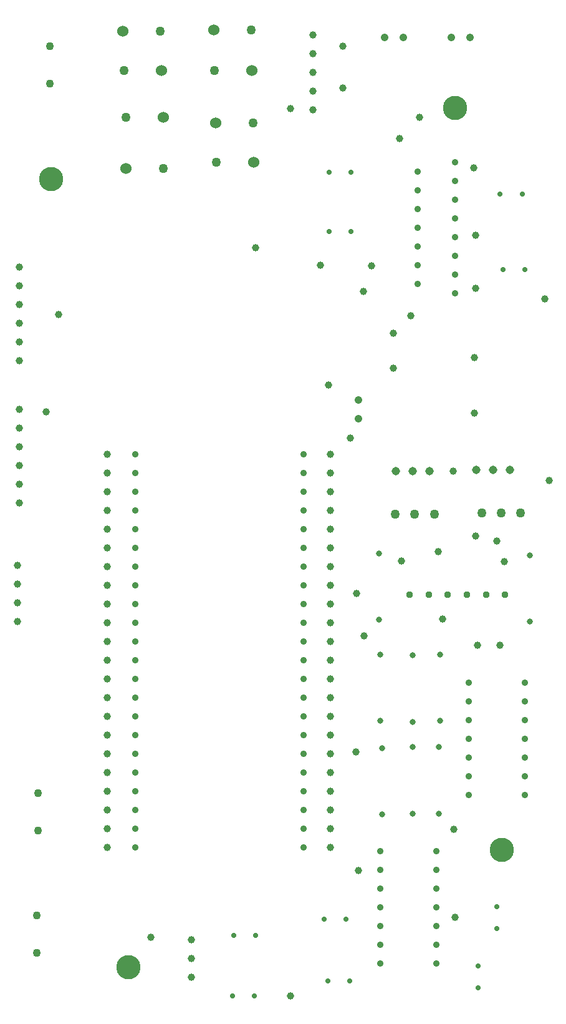
<source format=gbr>
%TF.GenerationSoftware,Altium Limited,Altium Designer,25.8.1 (18)*%
G04 Layer_Color=0*
%FSLAX45Y45*%
%MOMM*%
%TF.SameCoordinates,412E6415-05C8-40E6-B22C-806341DFC968*%
%TF.FilePolarity,Positive*%
%TF.FileFunction,Plated,1,2,PTH,Drill*%
%TF.Part,Single*%
G01*
G75*
%TA.AperFunction,ComponentDrill*%
%ADD71C,0.88900*%
%ADD72C,1.00000*%
%ADD73C,0.90000*%
%ADD74C,0.70000*%
%ADD75C,1.27000*%
%ADD76C,0.80000*%
%ADD77C,1.10000*%
%ADD78C,1.00000*%
%ADD79C,1.06680*%
%ADD80C,0.70000*%
%ADD81C,1.14300*%
%ADD82C,0.95000*%
%ADD83C,1.52400*%
%ADD84C,1.06680*%
%ADD85C,3.30000*%
%TA.AperFunction,ViaDrill,NotFilled*%
%ADD86C,1.00000*%
D71*
X8521700Y8686800D02*
D03*
X10807700D02*
D03*
X8521700Y8432800D02*
D03*
Y8178800D02*
D03*
X10807700D02*
D03*
X8521700Y7924800D02*
D03*
X10807700D02*
D03*
X8521700Y7670800D02*
D03*
Y7416800D02*
D03*
Y7162800D02*
D03*
Y6908800D02*
D03*
Y6654800D02*
D03*
Y6400800D02*
D03*
Y6146800D02*
D03*
Y5892800D02*
D03*
Y5638800D02*
D03*
Y5384800D02*
D03*
X10807700D02*
D03*
X8521700Y5130800D02*
D03*
X10807700D02*
D03*
X8521700Y4876800D02*
D03*
X10807700D02*
D03*
X8521700Y4622800D02*
D03*
X10807700D02*
D03*
X8521700Y4368800D02*
D03*
X10807700D02*
D03*
X8521700Y4114800D02*
D03*
X10807700D02*
D03*
X8521700Y3860800D02*
D03*
X10807700D02*
D03*
X8521700Y3606800D02*
D03*
X10807700D02*
D03*
X8521700Y3352800D02*
D03*
X10807700D02*
D03*
Y8432800D02*
D03*
Y6908800D02*
D03*
Y6146800D02*
D03*
Y6654800D02*
D03*
Y7162800D02*
D03*
Y7670800D02*
D03*
Y6400800D02*
D03*
Y7416800D02*
D03*
Y5638800D02*
D03*
Y5892800D02*
D03*
D72*
X11176000Y3860800D02*
D03*
Y4622800D02*
D03*
Y5130800D02*
D03*
Y3606800D02*
D03*
Y4114800D02*
D03*
Y4876800D02*
D03*
X8140700Y7670800D02*
D03*
X6946900Y10464800D02*
D03*
X11176000Y4368800D02*
D03*
X8140700Y4622800D02*
D03*
Y7416800D02*
D03*
X6946900Y10210800D02*
D03*
Y8026400D02*
D03*
Y9296400D02*
D03*
Y9042400D02*
D03*
Y8280400D02*
D03*
Y8534400D02*
D03*
Y8788400D02*
D03*
X6921500Y7175500D02*
D03*
Y6921500D02*
D03*
Y6667500D02*
D03*
Y6413500D02*
D03*
X13131799Y9245600D02*
D03*
Y9995600D02*
D03*
X11176000Y7670800D02*
D03*
Y7924800D02*
D03*
X10934700Y13614400D02*
D03*
X6946900Y10718800D02*
D03*
X11176000Y8686800D02*
D03*
X10934700Y13360400D02*
D03*
X8140700Y3352800D02*
D03*
X6946900Y10972800D02*
D03*
Y11226800D02*
D03*
X11176000Y8178800D02*
D03*
Y8432800D02*
D03*
X8140700Y5384800D02*
D03*
Y5130800D02*
D03*
Y4876800D02*
D03*
Y4368800D02*
D03*
Y4114800D02*
D03*
Y3860800D02*
D03*
Y3606800D02*
D03*
X10934700Y13868401D02*
D03*
Y14376401D02*
D03*
Y14122400D02*
D03*
X8140700Y5638800D02*
D03*
Y5892800D02*
D03*
Y6146800D02*
D03*
Y6400800D02*
D03*
Y6654800D02*
D03*
Y6908800D02*
D03*
Y7162800D02*
D03*
Y8686800D02*
D03*
Y8178800D02*
D03*
Y7924800D02*
D03*
Y8432800D02*
D03*
X11176000Y7416800D02*
D03*
X6946900Y9956800D02*
D03*
X11176000Y7162800D02*
D03*
Y6908800D02*
D03*
Y6146800D02*
D03*
Y3352800D02*
D03*
Y6400800D02*
D03*
Y6654800D02*
D03*
Y5638800D02*
D03*
Y5892800D02*
D03*
Y5384800D02*
D03*
D73*
X12357100Y12522200D02*
D03*
X12865100Y12395200D02*
D03*
X12357100Y12268200D02*
D03*
Y12014200D02*
D03*
X12865100Y11633200D02*
D03*
Y11379200D02*
D03*
X12357100Y11252200D02*
D03*
X12865100Y11125200D02*
D03*
X12357100Y10998200D02*
D03*
X12865100Y10871200D02*
D03*
X12357100Y11760200D02*
D03*
X12865100Y12649200D02*
D03*
Y11887200D02*
D03*
X12357100Y11506200D02*
D03*
X12865100Y12141200D02*
D03*
X13817599Y5588000D02*
D03*
X12611100Y3302000D02*
D03*
X13817599Y5334000D02*
D03*
Y5080000D02*
D03*
Y4572000D02*
D03*
Y4318000D02*
D03*
X13055600Y4064000D02*
D03*
X12611100Y3048000D02*
D03*
Y2540000D02*
D03*
Y2032000D02*
D03*
X11849100Y1778000D02*
D03*
Y2286000D02*
D03*
Y2794000D02*
D03*
X13055600Y5080000D02*
D03*
X12611100Y1778000D02*
D03*
Y2286000D02*
D03*
Y2794000D02*
D03*
X11849100Y2032000D02*
D03*
Y2540000D02*
D03*
Y3048000D02*
D03*
Y3302000D02*
D03*
X13817599Y4064000D02*
D03*
Y4826000D02*
D03*
X13055600Y4318000D02*
D03*
Y4572000D02*
D03*
Y4826000D02*
D03*
Y5334000D02*
D03*
Y5588000D02*
D03*
D74*
X13479500Y12217400D02*
D03*
X11155400Y11709400D02*
D03*
Y12509500D02*
D03*
X9860000Y2159000D02*
D03*
X13517599Y11188700D02*
D03*
X9842500Y1333500D02*
D03*
X11437900Y1536700D02*
D03*
X11387100Y2374900D02*
D03*
X13779500Y12217400D02*
D03*
X13817599Y11188700D02*
D03*
X10142500Y1333500D02*
D03*
X10160000Y2159000D02*
D03*
X11455400Y11709400D02*
D03*
X11087100Y2374900D02*
D03*
X11137900Y1536700D02*
D03*
X11455400Y12509500D02*
D03*
D75*
X13761400Y7886700D02*
D03*
X12585700Y7874000D02*
D03*
X9626600Y12649200D02*
D03*
X9601200Y13893800D02*
D03*
X8902700Y12560300D02*
D03*
X8864600Y14427200D02*
D03*
X12057700Y7874000D02*
D03*
X12321700D02*
D03*
X13233400Y7886700D02*
D03*
X13497400D02*
D03*
X10121900Y13182600D02*
D03*
X10096500Y14439900D02*
D03*
X8394700Y13258800D02*
D03*
X8369300Y13893800D02*
D03*
D76*
X11874500Y3799000D02*
D03*
X11849100Y5069000D02*
D03*
X13881100Y6415200D02*
D03*
X11836400Y6440600D02*
D03*
X12661900Y5969000D02*
D03*
Y5069000D02*
D03*
X12649200Y3810000D02*
D03*
Y4710000D02*
D03*
X11874500Y4699000D02*
D03*
X11849100Y5969000D02*
D03*
X12293600Y5054600D02*
D03*
Y5954600D02*
D03*
Y3810000D02*
D03*
Y4710000D02*
D03*
X13881100Y7315200D02*
D03*
X11836400Y7340600D02*
D03*
D77*
X7188200Y2425700D02*
D03*
X7200900Y4089400D02*
D03*
X7188200Y1917700D02*
D03*
X7200900Y3581400D02*
D03*
X7366000Y13716000D02*
D03*
Y14224001D02*
D03*
D78*
X9283700Y2095500D02*
D03*
Y1841500D02*
D03*
Y1587500D02*
D03*
D79*
X11557000Y9423400D02*
D03*
Y9169400D02*
D03*
D80*
X13182600Y1743800D02*
D03*
X13436600Y2243900D02*
D03*
X13182600Y1443800D02*
D03*
X13436600Y2543900D02*
D03*
D81*
X13157201Y8470900D02*
D03*
X12522200Y8458200D02*
D03*
X12065000D02*
D03*
X12293600D02*
D03*
X13614400Y8470900D02*
D03*
X13385800D02*
D03*
D82*
X12769500Y6781900D02*
D03*
X13550200Y6781800D02*
D03*
X13290199D02*
D03*
X13030200D02*
D03*
X12509500Y6781900D02*
D03*
X12249500D02*
D03*
D83*
X9613900Y13182600D02*
D03*
X9588500Y14439900D02*
D03*
X8902700Y13258800D02*
D03*
X8877300Y13893800D02*
D03*
X10109200D02*
D03*
X10134600Y12649200D02*
D03*
X8356600Y14427200D02*
D03*
X8394700Y12560300D02*
D03*
D84*
X13068300Y14338300D02*
D03*
X12166600D02*
D03*
X12814301D02*
D03*
X11912600D02*
D03*
D85*
X7378700Y12420600D02*
D03*
X13500101Y3314700D02*
D03*
X12865100Y13385800D02*
D03*
X8432800Y1727200D02*
D03*
D86*
X11633200Y6223000D02*
D03*
X11531600Y6794500D02*
D03*
X7315200Y9258300D02*
D03*
X12268200Y10566400D02*
D03*
X12865100Y2400300D02*
D03*
X8737600Y2133600D02*
D03*
X11341100Y13652499D02*
D03*
X13119099Y12573000D02*
D03*
X12382500Y13258800D02*
D03*
X14084300Y10795000D02*
D03*
X11734800Y11239500D02*
D03*
X11620500Y10896600D02*
D03*
X13144501Y10934700D02*
D03*
X11442700Y8902700D02*
D03*
X12848248Y3596702D02*
D03*
X12839700Y8458200D02*
D03*
X13538200Y7226300D02*
D03*
X12700000Y6451600D02*
D03*
X10629900Y1333500D02*
D03*
X11036300Y11252200D02*
D03*
X10159718Y11485534D02*
D03*
X7480300Y10579100D02*
D03*
X13177679Y6088221D02*
D03*
X11150600Y9626600D02*
D03*
X13144501Y11658600D02*
D03*
X12636500Y7366000D02*
D03*
X12141200Y7239000D02*
D03*
X13150912Y7575796D02*
D03*
X13474699Y6096000D02*
D03*
X11518900Y4648200D02*
D03*
X11557000Y3035300D02*
D03*
X10629900Y13373100D02*
D03*
X12115800Y12966701D02*
D03*
X11341100Y14224001D02*
D03*
X14147800Y8329600D02*
D03*
X13437231Y7505068D02*
D03*
X12026900Y10325100D02*
D03*
Y9855200D02*
D03*
%TF.MD5,01b5a7a161c1f38431cc7308f5f1f464*%
M02*

</source>
